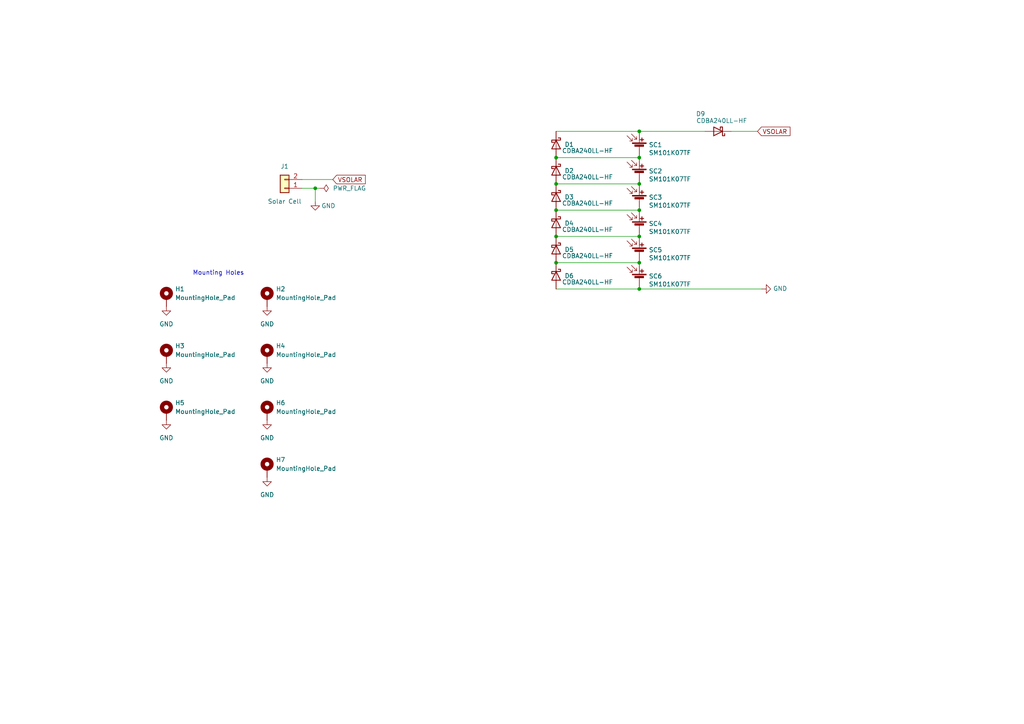
<source format=kicad_sch>
(kicad_sch (version 20211123) (generator eeschema)
  (paper "A4")
  (title_block (title "Solar Cell PCB - usb side") (date "2022-12-31") (rev "2"))
  (lib_symbols
    (symbol "Connector_Generic:Conn_01x02" (pin_names (offset 1.016) hide)
      (property "Reference" "J" (at 0 2.54 0))
      (property "Value" "Conn_01x02" (at 0 -5.08 0))
      (symbol "Conn_01x02_1_1"
        (rectangle (start -1.27 -2.413) (end 0 -2.667) (stroke (width 0.1524)))
        (rectangle (start -1.27 0.127) (end 0 -0.127) (stroke (width 0.1524)))
        (rectangle (start -1.27 1.27) (end 1.27 -3.81) (stroke (width 0.254)) (fill (type background)))
        (pin passive line (at -5.08 0 0) (length 3.81) (name "Pin_1") (number "1"))
        (pin passive line (at -5.08 -2.54 0) (length 3.81) (name "Pin_2") (number "2"))
      )
    )
    (symbol "Device:D_Schottky" (pin_numbers hide) (pin_names (offset 1.016) hide)
      (property "Reference" "D" (at 0 2.54 0))
      (property "Value" "D_Schottky" (at 0 -2.54 0))
      (symbol "D_Schottky_0_1"
        (polyline (pts (xy 1.27 0) (xy -1.27 0)))
        (polyline (pts (xy 1.27 1.27) (xy 1.27 -1.27) (xy -1.27 0) (xy 1.27 1.27)) (stroke (width 0.254)))
        (polyline (pts (xy -1.905 0.635) (xy -1.905 1.27) (xy -1.27 1.27) (xy -1.27 -1.27) (xy -0.635 -1.27) (xy -0.635 -0.635)) (stroke (width 0.254)))
      )
      (symbol "D_Schottky_1_1"
        (pin passive line (at -3.81 0 0) (length 2.54) (name "K") (number "1"))
        (pin passive line (at 3.81 0 180) (length 2.54) (name "A") (number "2"))
      )
    )
    (symbol "Device:Solar_Cell" (pin_numbers hide) (pin_names (offset 0) hide)
      (property "Reference" "SC" (at 2.54 2.54 0))
      (property "Value" "Solar_Cell" (at 2.54 0 0))
      (symbol "Solar_Cell_0_1"
        (rectangle (start -2.032 1.778) (end 2.032 1.524) (fill (type outline)))
        (rectangle (start -1.3208 1.1938) (end 1.27 0.6858) (fill (type outline)))
        (polyline (pts (xy -2.032 2.286) (xy -3.556 3.81)))
        (polyline (pts (xy -0.762 2.794) (xy -2.286 4.318)))
        (polyline (pts (xy 0 0.762) (xy 0 0)))
        (polyline (pts (xy 0 1.778) (xy 0 2.54)))
        (polyline (pts (xy 0.254 2.667) (xy 1.27 2.667)) (stroke (width 0.254)))
        (polyline (pts (xy 0.762 3.175) (xy 0.762 2.159)) (stroke (width 0.254)))
        (polyline (pts (xy -2.032 3.048) (xy -2.032 2.286) (xy -2.794 2.286)))
        (polyline (pts (xy -0.762 3.556) (xy -0.762 2.794) (xy -1.524 2.794)))
      )
      (symbol "Solar_Cell_1_1"
        (pin passive line (at 0 5.08 270) (length 2.54) (name "+") (number "1"))
        (pin passive line (at 0 -2.54 90) (length 2.54) (name "-") (number "2"))
      )
    )
    (symbol "Mechanical:MountingHole_Pad" (pin_numbers hide) (pin_names (offset 1.016) hide)
      (property "Reference" "H" (at 0 6.35 0))
      (property "Value" "MountingHole_Pad" (at 0 4.445 0))
      (symbol "MountingHole_Pad_0_1"
        (circle (center 0 1.27) (radius 1.27) (stroke (width 1.27)))
      )
      (symbol "MountingHole_Pad_1_1"
        (pin input line (at 0 -2.54 90) (length 2.54) (name "1") (number "1"))
      )
    )
    (symbol "power:GND" (power) (pin_names (offset 0))
      (property "Value" "GND" (at 0 -3.81 0))
      (symbol "GND_0_1"
        (polyline (pts (xy 0 0) (xy 0 -1.27) (xy 1.27 -1.27) (xy 0 -2.54) (xy -1.27 -1.27) (xy 0 -1.27)))
      )
      (symbol "GND_1_1"
        (pin power_in line (at 0 0 270) (length 0) hide (name "GND") (number "1"))
      )
    )
    (symbol "power:PWR_FLAG" (power) (pin_numbers hide) (pin_names (offset 0) hide)
      (property "Value" "PWR_FLAG" (at 0 3.81 0))
      (symbol "PWR_FLAG_0_0"
        (pin power_out line (at 0 0 90) (length 0) (name "pwr") (number "1"))
      )
      (symbol "PWR_FLAG_0_1"
        (polyline (pts (xy 0 0) (xy 0 1.27) (xy -1.016 1.905) (xy 0 2.54) (xy 1.016 1.905) (xy 0 1.27)))
      )
    )
  )
  (junction (at 185.42 68.58))
  (junction (at 185.42 83.82))
  (junction (at 161.29 68.58))
  (junction (at 185.42 76.2))
  (junction (at 161.29 60.96))
  (junction (at 161.29 53.34))
  (junction (at 185.42 60.96))
  (junction (at 185.42 38.1))
  (junction (at 185.42 45.72))
  (junction (at 161.29 76.2))
  (junction (at 185.42 53.34))
  (junction (at 91.44 54.61))
  (junction (at 161.29 45.72))
  (wire (pts (xy 161.29 60.96) (xy 185.42 60.96)))
  (wire (pts (xy 161.29 45.72) (xy 185.42 45.72)))
  (wire (pts (xy 161.29 38.1) (xy 185.42 38.1)))
  (wire (pts (xy 161.29 53.34) (xy 185.42 53.34)))
  (wire (pts (xy 91.44 54.61) (xy 87.63 54.61)))
  (wire (pts (xy 92.71 54.61) (xy 91.44 54.61)))
  (wire (pts (xy 204.47 38.1) (xy 185.42 38.1)))
  (wire (pts (xy 161.29 68.58) (xy 185.42 68.58)))
  (wire (pts (xy 161.29 83.82) (xy 185.42 83.82)))
  (wire (pts (xy 91.44 54.61) (xy 91.44 58.42)))
  (wire (pts (xy 212.09 38.1) (xy 219.71 38.1)))
  (wire (pts (xy 185.42 83.82) (xy 220.98 83.82)))
  (wire (pts (xy 161.29 76.2) (xy 185.42 76.2)))
  (wire (pts (xy 96.52 52.07) (xy 87.63 52.07)))
  (text "Mounting Holes" (at 55.88 80.01 0) (effects (font (size 1.27 1.27)) (justify left bottom)))
  (global_label "VSOLAR" (shape input) (at 219.71 38.1 0) (property "Intersheet References" "${INTERSHEET_REFS}" (effects hide)))
  (global_label "VSOLAR" (shape input) (at 96.52 52.07 0) (property "Intersheet References" "${INTERSHEET_REFS}" (effects hide)))
  (symbol (lib_id "power:GND") (at 91.44 58.42 0) (unit 1)
    (property "Reference" "#PWR0102" (effects hide))
    (property "Value" "GND" (at 95.25 59.69 0))
  )
  (symbol (lib_id "Device:D_Schottky") (at 161.29 41.91 270) (unit 1)
    (property "Reference" "D1" (at 165.1 41.91 90))
    (property "Value" "CDBA240LL-HF" (at 177.8 44.45 90) (effects (justify right bottom)))
    (property "Footprint" "ISP:DO-214AC" (effects hide))
  )
  (symbol (lib_id "power:GND") (at 77.47 88.9 0) (unit 1)
    (property "Reference" "#PWR0106" (effects hide))
    (property "Value" "GND" (at 77.47 93.98 0))
  )
  (symbol (lib_id "Device:D_Schottky") (at 161.29 72.39 270) (unit 1)
    (property "Reference" "D5" (at 165.1 72.39 90))
    (property "Value" "CDBA240LL-HF" (at 177.8 74.93 90) (effects (justify right bottom)))
    (property "Footprint" "ISP:DO-214AC" (effects hide))
  )
  (symbol (lib_id "Mechanical:MountingHole_Pad") (at 77.47 119.38 0) (unit 1)
    (property "Reference" "H6" (at 80.01 116.8399 0) (effects (justify left)))
    (property "Value" "MountingHole_Pad" (at 80.01 119.3799 0) (effects (justify left)))
    (property "Footprint" "MountingHole:MountingHole_3.2mm_M3_DIN965_Pad" (effects hide))
  )
  (symbol (lib_id "Device:Solar_Cell") (at 185.42 50.8 0) (unit 1)
    (property "Reference" "SC2" (at 188.1632 49.6316 0) (effects (justify left)))
    (property "Value" "SM101K07TF" (at 188.1632 51.943 0) (effects (justify left)))
    (property "Footprint" "ISP:SM101K07TF" (effects hide))
  )
  (symbol (lib_id "power:GND") (at 77.47 105.41 0) (unit 1)
    (property "Reference" "#PWR0105" (effects hide))
    (property "Value" "GND" (at 77.47 110.49 0))
  )
  (symbol (lib_id "power:GND") (at 220.98 83.82 90) (unit 1)
    (property "Reference" "#PWR0101" (effects hide))
    (property "Value" "GND" (at 224.2312 83.693 90) (effects (justify right)))
  )
  (symbol (lib_id "Connector_Generic:Conn_01x02") (at 82.55 54.61 180) (unit 1)
    (property "Reference" "J1" (at 82.55 48.26 0))
    (property "Value" "Solar Cell" (at 82.55 58.42 0))
    (property "Footprint" "Molex_PicoLock_2p_2mm_2053380002:2053380002" (effects hide))
  )
  (symbol (lib_id "Device:Solar_Cell") (at 185.42 81.28 0) (unit 1)
    (property "Reference" "SC6" (at 188.1632 80.1116 0) (effects (justify left)))
    (property "Value" "SM101K07TF" (at 188.1632 82.423 0) (effects (justify left)))
    (property "Footprint" "ISP:SM101K07TF" (effects hide))
  )
  (symbol (lib_id "power:GND") (at 48.26 121.92 0) (unit 1)
    (property "Reference" "#PWR0109" (effects hide))
    (property "Value" "GND" (at 48.26 127 0))
  )
  (symbol (lib_id "Mechanical:MountingHole_Pad") (at 77.47 102.87 0) (unit 1)
    (property "Reference" "H4" (at 80.01 100.3299 0) (effects (justify left)))
    (property "Value" "MountingHole_Pad" (at 80.01 102.8699 0) (effects (justify left)))
    (property "Footprint" "MountingHole:MountingHole_3.2mm_M3_DIN965_Pad" (effects hide))
  )
  (symbol (lib_id "power:GND") (at 48.26 88.9 0) (unit 1)
    (property "Reference" "#PWR0104" (effects hide))
    (property "Value" "GND" (at 48.26 93.98 0))
  )
  (symbol (lib_id "Device:Solar_Cell") (at 185.42 73.66 0) (unit 1)
    (property "Reference" "SC5" (at 188.1632 72.4916 0) (effects (justify left)))
    (property "Value" "SM101K07TF" (at 188.1632 74.803 0) (effects (justify left)))
    (property "Footprint" "ISP:SM101K07TF" (effects hide))
  )
  (symbol (lib_id "Mechanical:MountingHole_Pad") (at 48.26 119.38 0) (unit 1)
    (property "Reference" "H5" (at 50.8 116.8399 0) (effects (justify left)))
    (property "Value" "MountingHole_Pad" (at 50.8 119.3799 0) (effects (justify left)))
    (property "Footprint" "MountingHole:MountingHole_3.2mm_M3_DIN965_Pad" (effects hide))
  )
  (symbol (lib_id "power:GND") (at 77.47 121.92 0) (unit 1)
    (property "Reference" "#PWR0110" (effects hide))
    (property "Value" "GND" (at 77.47 127 0))
  )
  (symbol (lib_id "Device:D_Schottky") (at 161.29 64.77 270) (unit 1)
    (property "Reference" "D4" (at 165.1 64.77 90))
    (property "Value" "CDBA240LL-HF" (at 177.8 67.31 90) (effects (justify right bottom)))
    (property "Footprint" "ISP:DO-214AC" (effects hide))
  )
  (symbol (lib_id "Device:Solar_Cell") (at 185.42 66.04 0) (unit 1)
    (property "Reference" "SC4" (at 188.1632 64.8716 0) (effects (justify left)))
    (property "Value" "SM101K07TF" (at 188.1632 67.183 0) (effects (justify left)))
    (property "Footprint" "ISP:SM101K07TF" (effects hide))
  )
  (symbol (lib_id "power:GND") (at 48.26 105.41 0) (unit 1)
    (property "Reference" "#PWR0103" (effects hide))
    (property "Value" "GND" (at 48.26 110.49 0))
  )
  (symbol (lib_id "Mechanical:MountingHole_Pad") (at 77.47 135.89 0) (unit 1)
    (property "Reference" "H7" (at 80.01 133.3499 0) (effects (justify left)))
    (property "Value" "MountingHole_Pad" (at 80.01 135.8899 0) (effects (justify left)))
    (property "Footprint" "MountingHole:MountingHole_3.2mm_M3_DIN965_Pad" (effects hide))
  )
  (symbol (lib_id "power:PWR_FLAG") (at 92.71 54.61 270) (unit 1)
    (property "Reference" "#FLG0101" (effects hide))
    (property "Value" "PWR_FLAG" (at 96.52 54.6099 90) (effects (justify left)))
  )
  (symbol (lib_id "Device:D_Schottky") (at 161.29 80.01 270) (unit 1)
    (property "Reference" "D6" (at 165.1 80.01 90))
    (property "Value" "CDBA240LL-HF" (at 177.8 82.55 90) (effects (justify right bottom)))
    (property "Footprint" "ISP:DO-214AC" (effects hide))
  )
  (symbol (lib_id "Device:D_Schottky") (at 161.29 49.53 270) (unit 1)
    (property "Reference" "D2" (at 165.1 49.53 90))
    (property "Value" "CDBA240LL-HF" (at 177.8 52.07 90) (effects (justify right bottom)))
    (property "Footprint" "ISP:DO-214AC" (effects hide))
  )
  (symbol (lib_id "Device:D_Schottky") (at 208.28 38.1 180) (unit 1)
    (property "Reference" "D9" (at 203.2 33.02 0))
    (property "Value" "CDBA240LL-HF" (at 201.93 34.29 0) (effects (justify right bottom)))
    (property "Footprint" "ISP:DO-214AC" (effects hide))
  )
  (symbol (lib_id "Mechanical:MountingHole_Pad") (at 77.47 86.36 0) (unit 1)
    (property "Reference" "H2" (at 80.01 83.8199 0) (effects (justify left)))
    (property "Value" "MountingHole_Pad" (at 80.01 86.3599 0) (effects (justify left)))
    (property "Footprint" "MountingHole:MountingHole_3.2mm_M3_DIN965_Pad" (effects hide))
  )
  (symbol (lib_id "Mechanical:MountingHole_Pad") (at 48.26 102.87 0) (unit 1)
    (property "Reference" "H3" (at 50.8 100.3299 0) (effects (justify left)))
    (property "Value" "MountingHole_Pad" (at 50.8 102.8699 0) (effects (justify left)))
    (property "Footprint" "MountingHole:MountingHole_3.2mm_M3_DIN965_Pad" (effects hide))
  )
  (symbol (lib_id "Device:Solar_Cell") (at 185.42 43.18 0) (unit 1)
    (property "Reference" "SC1" (at 188.1632 42.0116 0) (effects (justify left)))
    (property "Value" "SM101K07TF" (at 188.1632 44.323 0) (effects (justify left)))
    (property "Footprint" "ISP:SM101K07TF" (effects hide))
  )
  (symbol (lib_id "power:GND") (at 77.47 138.43 0) (unit 1)
    (property "Reference" "#PWR0107" (effects hide))
    (property "Value" "GND" (at 77.47 143.51 0))
  )
  (symbol (lib_id "Mechanical:MountingHole_Pad") (at 48.26 86.36 0) (unit 1)
    (property "Reference" "H1" (at 50.8 83.8199 0) (effects (justify left)))
    (property "Value" "MountingHole_Pad" (at 50.8 86.3599 0) (effects (justify left)))
    (property "Footprint" "MountingHole:MountingHole_3.2mm_M3_DIN965_Pad" (effects hide))
  )
  (symbol (lib_id "Device:D_Schottky") (at 161.29 57.15 270) (unit 1)
    (property "Reference" "D3" (at 165.1 57.15 90))
    (property "Value" "CDBA240LL-HF" (at 177.8 59.69 90) (effects (justify right bottom)))
    (property "Footprint" "ISP:DO-214AC" (effects hide))
  )
  (symbol (lib_id "Device:Solar_Cell") (at 185.42 58.42 0) (unit 1)
    (property "Reference" "SC3" (at 188.1632 57.2516 0) (effects (justify left)))
    (property "Value" "SM101K07TF" (at 188.1632 59.563 0) (effects (justify left)))
    (property "Footprint" "ISP:SM101K07TF" (effects hide))
  )
)
</source>
